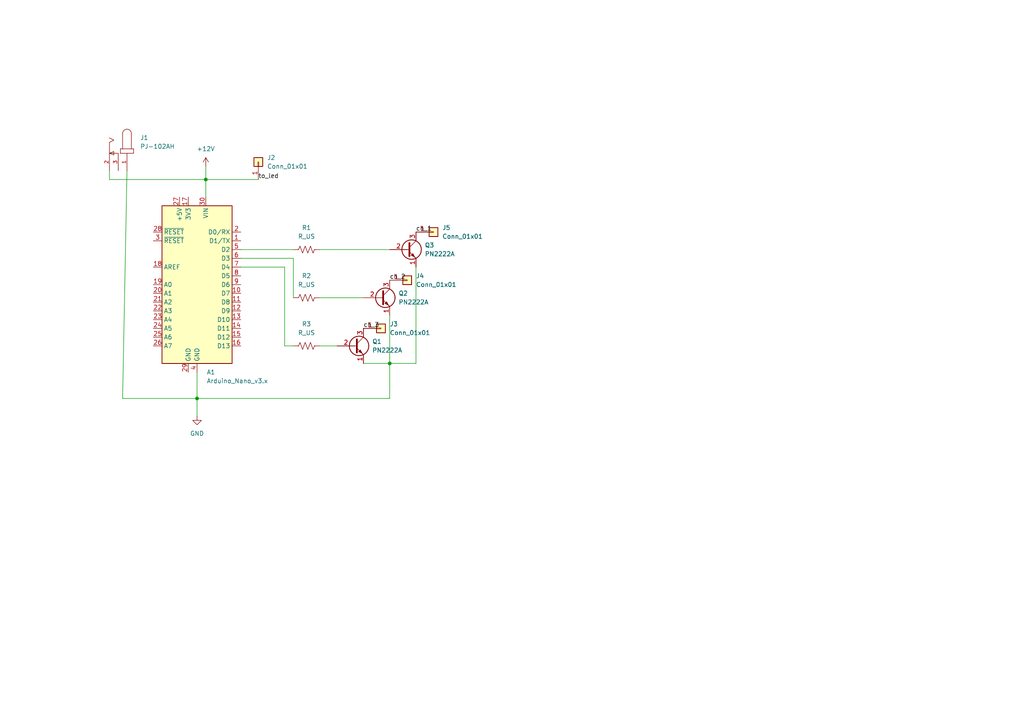
<source format=kicad_sch>
(kicad_sch (version 20211123) (generator eeschema)
  (paper "A4")
  (title_block (title "LS_placa"))
  (lib_symbols
    (symbol "Connector_Generic:Conn_01x01" (pin_names (offset 1.016) hide)
      (property "Reference" "J" (at 0 2.54 0))
      (property "Value" "Conn_01x01" (at 0 -2.54 0))
      (symbol "Conn_01x01_1_1"
        (rectangle (start -1.27 0.127) (end 0 -0.127) (stroke (width 0.1524)))
        (rectangle (start -1.27 1.27) (end 1.27 -1.27) (stroke (width 0.254)) (fill (type background)))
        (pin passive line (at -5.08 0 0) (length 3.81) (name "Pin_1") (number "1"))
      )
    )
    (symbol "Device:R_US" (pin_numbers hide) (pin_names (offset 0))
      (property "Reference" "R" (at 2.54 0 90))
      (property "Value" "R_US" (at -2.54 0 90))
      (symbol "R_US_0_1"
        (polyline (pts (xy 0 -2.286) (xy 0 -2.54)))
        (polyline (pts (xy 0 2.286) (xy 0 2.54)))
        (polyline (pts (xy 0 -0.762) (xy 1.016 -1.143) (xy 0 -1.524) (xy -1.016 -1.905) (xy 0 -2.286)))
        (polyline (pts (xy 0 0.762) (xy 1.016 0.381) (xy 0 0) (xy -1.016 -0.381) (xy 0 -0.762)))
        (polyline (pts (xy 0 2.286) (xy 1.016 1.905) (xy 0 1.524) (xy -1.016 1.143) (xy 0 0.762)))
      )
      (symbol "R_US_1_1"
        (pin passive line (at 0 3.81 270) (length 1.27) (name "~") (number "1"))
        (pin passive line (at 0 -3.81 90) (length 1.27) (name "~") (number "2"))
      )
    )
    (symbol "MCU_Module:Arduino_Nano_v3.x"
      (property "Reference" "A" (at -10.16 23.495 0))
      (property "Value" "Arduino_Nano_v3.x" (at 5.08 -24.13 0))
      (symbol "Arduino_Nano_v3.x_0_1"
        (rectangle (start -10.16 22.86) (end 10.16 -22.86) (stroke (width 0.254)) (fill (type background)))
      )
      (symbol "Arduino_Nano_v3.x_1_1"
        (pin bidirectional line (at -12.7 12.7 0) (length 2.54) (name "D1/TX") (number "1"))
        (pin bidirectional line (at -12.7 -2.54 0) (length 2.54) (name "D7") (number "10"))
        (pin bidirectional line (at -12.7 -5.08 0) (length 2.54) (name "D8") (number "11"))
        (pin bidirectional line (at -12.7 -7.62 0) (length 2.54) (name "D9") (number "12"))
        (pin bidirectional line (at -12.7 -10.16 0) (length 2.54) (name "D10") (number "13"))
        (pin bidirectional line (at -12.7 -12.7 0) (length 2.54) (name "D11") (number "14"))
        (pin bidirectional line (at -12.7 -15.24 0) (length 2.54) (name "D12") (number "15"))
        (pin bidirectional line (at -12.7 -17.78 0) (length 2.54) (name "D13") (number "16"))
        (pin power_out line (at 2.54 25.4 270) (length 2.54) (name "3V3") (number "17"))
        (pin input line (at 12.7 5.08 180) (length 2.54) (name "AREF") (number "18"))
        (pin bidirectional line (at 12.7 0 180) (length 2.54) (name "A0") (number "19"))
        (pin bidirectional line (at -12.7 15.24 0) (length 2.54) (name "D0/RX") (number "2"))
        (pin bidirectional line (at 12.7 -2.54 180) (length 2.54) (name "A1") (number "20"))
        (pin bidirectional line (at 12.7 -5.08 180) (length 2.54) (name "A2") (number "21"))
        (pin bidirectional line (at 12.7 -7.62 180) (length 2.54) (name "A3") (number "22"))
        (pin bidirectional line (at 12.7 -10.16 180) (length 2.54) (name "A4") (number "23"))
        (pin bidirectional line (at 12.7 -12.7 180) (length 2.54) (name "A5") (number "24"))
        (pin bidirectional line (at 12.7 -15.24 180) (length 2.54) (name "A6") (number "25"))
        (pin bidirectional line (at 12.7 -17.78 180) (length 2.54) (name "A7") (number "26"))
        (pin power_out line (at 5.08 25.4 270) (length 2.54) (name "+5V") (number "27"))
        (pin input line (at 12.7 15.24 180) (length 2.54) (name "~{RESET}") (number "28"))
        (pin power_in line (at 2.54 -25.4 90) (length 2.54) (name "GND") (number "29"))
        (pin input line (at 12.7 12.7 180) (length 2.54) (name "~{RESET}") (number "3"))
        (pin power_in line (at -2.54 25.4 270) (length 2.54) (name "VIN") (number "30"))
        (pin power_in line (at 0 -25.4 90) (length 2.54) (name "GND") (number "4"))
        (pin bidirectional line (at -12.7 10.16 0) (length 2.54) (name "D2") (number "5"))
        (pin bidirectional line (at -12.7 7.62 0) (length 2.54) (name "D3") (number "6"))
        (pin bidirectional line (at -12.7 5.08 0) (length 2.54) (name "D4") (number "7"))
        (pin bidirectional line (at -12.7 2.54 0) (length 2.54) (name "D5") (number "8"))
        (pin bidirectional line (at -12.7 0 0) (length 2.54) (name "D6") (number "9"))
      )
    )
    (symbol "PJ-102AH:PJ-102AH" (pin_names (offset 1.016) hide)
      (property "Reference" "J" (at -7.62 5.08 0))
      (property "Value" "PJ-102AH" (at -7.62 -5.08 0))
      (symbol "PJ-102AH_0_0"
        (arc (start -5.715 3.81) (mid -6.985 2.54) (end -5.715 1.27) (stroke (width 0.1524)))
        (polyline (pts (xy -5.715 3.81) (xy -1.27 3.81)) (stroke (width 0.1524)))
        (polyline (pts (xy -3.81 -1.27) (xy -4.445 -2.54)) (stroke (width 0.1524)))
        (polyline (pts (xy -3.175 -2.54) (xy -3.81 -1.27)) (stroke (width 0.1524)))
        (polyline (pts (xy -1.27 0.635) (xy 0 0.635)) (stroke (width 0.1524)))
        (polyline (pts (xy -1.27 1.27) (xy -5.715 1.27)) (stroke (width 0.1524)))
        (polyline (pts (xy -1.27 1.27) (xy -1.27 0.635)) (stroke (width 0.1524)))
        (polyline (pts (xy -1.27 3.81) (xy -1.27 1.27)) (stroke (width 0.1524)))
        (polyline (pts (xy -1.27 4.445) (xy -1.27 3.81)) (stroke (width 0.1524)))
        (polyline (pts (xy 0 -2.54) (xy -3.175 -2.54)) (stroke (width 0.1524)))
        (polyline (pts (xy 0 0) (xy 0 -2.54)) (stroke (width 0.1524)))
        (polyline (pts (xy 0 0.635) (xy 0 4.445)) (stroke (width 0.1524)))
        (polyline (pts (xy 0 4.445) (xy -1.27 4.445)) (stroke (width 0.1524)))
        (polyline (pts (xy 0 -2.54) (xy -0.508 -1.27) (xy 0.508 -1.27) (xy 0 -2.54)) (stroke (width 0.1524)) (fill (type background)))
        (pin passive line (at 5.08 2.54 180) (length 5.08) (name "~") (number "1"))
        (pin passive line (at 5.08 -2.54 180) (length 5.08) (name "~") (number "2"))
        (pin passive line (at 5.08 0 180) (length 5.08) (name "~") (number "3"))
      )
    )
    (symbol "Transistor_BJT:PN2222A" (pin_names (offset 0) hide)
      (property "Reference" "Q" (at 5.08 1.905 0))
      (property "Value" "PN2222A" (at 5.08 0 0))
      (symbol "PN2222A_0_1"
        (polyline (pts (xy 0 0) (xy 0.635 0)))
        (polyline (pts (xy 2.54 -2.54) (xy 0.635 -0.635)))
        (polyline (pts (xy 2.54 2.54) (xy 0.635 0.635)))
        (polyline (pts (xy 0.635 1.905) (xy 0.635 -1.905) (xy 0.635 -1.905)) (stroke (width 0.508)))
        (polyline (pts (xy 2.413 -2.413) (xy 1.905 -1.905) (xy 1.905 -1.905)))
        (polyline (pts (xy 1.143 -1.651) (xy 1.651 -1.143) (xy 2.159 -2.159) (xy 1.143 -1.651) (xy 1.143 -1.651)) (fill (type outline)))
        (circle (center 1.27 0) (radius 2.8194) (stroke (width 0.254)))
      )
      (symbol "PN2222A_1_1"
        (pin passive line (at 2.54 -5.08 90) (length 2.54) (name "E") (number "1"))
        (pin input line (at -5.08 0 0) (length 5.08) (name "B") (number "2"))
        (pin passive line (at 2.54 5.08 270) (length 2.54) (name "C") (number "3"))
      )
    )
    (symbol "power:+12V" (power) (pin_names (offset 0))
      (property "Value" "+12V" (at 0 3.556 0))
      (symbol "+12V_0_1"
        (polyline (pts (xy -0.762 1.27) (xy 0 2.54)))
        (polyline (pts (xy 0 0) (xy 0 2.54)))
        (polyline (pts (xy 0 2.54) (xy 0.762 1.27)))
      )
      (symbol "+12V_1_1"
        (pin power_in line (at 0 0 90) (length 0) hide (name "+12V") (number "1"))
      )
    )
    (symbol "power:GND" (power) (pin_names (offset 0))
      (property "Value" "GND" (at 0 -3.81 0))
      (symbol "GND_0_1"
        (polyline (pts (xy 0 0) (xy 0 -1.27) (xy 1.27 -1.27) (xy 0 -2.54) (xy -1.27 -1.27) (xy 0 -1.27)))
      )
      (symbol "GND_1_1"
        (pin power_in line (at 0 0 270) (length 0) hide (name "GND") (number "1"))
      )
    )
  )
  (junction (at 113.03 105.41))
  (junction (at 59.69 52.07))
  (junction (at 57.15 115.57))
  (wire (pts (xy 35.56 115.57) (xy 57.15 115.57)))
  (wire (pts (xy 92.71 100.33) (xy 97.79 100.33)))
  (wire (pts (xy 92.71 86.36) (xy 105.41 86.36)))
  (wire (pts (xy 36.83 49.53) (xy 35.56 115.57)))
  (wire (pts (xy 59.69 52.07) (xy 74.93 52.07)))
  (wire (pts (xy 92.71 72.39) (xy 113.03 72.39)))
  (wire (pts (xy 113.03 91.44) (xy 113.03 105.41)))
  (wire (pts (xy 82.55 77.47) (xy 82.55 100.33)))
  (wire (pts (xy 69.85 77.47) (xy 82.55 77.47)))
  (wire (pts (xy 113.03 115.57) (xy 113.03 105.41)))
  (wire (pts (xy 31.75 52.07) (xy 59.69 52.07)))
  (wire (pts (xy 31.75 49.53) (xy 31.75 52.07)))
  (wire (pts (xy 120.65 77.47) (xy 120.65 105.41)))
  (wire (pts (xy 69.85 74.93) (xy 85.09 74.93)))
  (wire (pts (xy 85.09 74.93) (xy 85.09 86.36)))
  (wire (pts (xy 82.55 100.33) (xy 85.09 100.33)))
  (wire (pts (xy 57.15 115.57) (xy 113.03 115.57)))
  (wire (pts (xy 57.15 107.95) (xy 57.15 115.57)))
  (wire (pts (xy 59.69 52.07) (xy 59.69 57.15)))
  (wire (pts (xy 120.65 105.41) (xy 113.03 105.41)))
  (wire (pts (xy 57.15 115.57) (xy 57.15 120.65)))
  (wire (pts (xy 59.69 48.26) (xy 59.69 52.07)))
  (wire (pts (xy 113.03 105.41) (xy 105.41 105.41)))
  (wire (pts (xy 69.85 72.39) (xy 85.09 72.39)))
  (label "ch_3" (at 105.41 95.25 0))
  (label "to_led" (at 74.93 52.07 0))
  (label "ch_2" (at 113.03 81.28 0))
  (label "ch_1" (at 120.65 67.31 0))
  (symbol (lib_id "MCU_Module:Arduino_Nano_v3.x") (at 57.15 82.55 0) (mirror y) (unit 1)
    (property "Reference" "A1" (at 59.9187 107.95 0) (effects (justify right)))
    (property "Value" "Arduino_Nano_v3.x" (at 59.9187 110.49 0) (effects (justify right)))
    (property "Footprint" "Module:Arduino_Nano" (effects hide))
    (property "Datasheet" "http://www.mouser.com/pdfdocs/Gravitech_Arduino_Nano3_0.pdf" (effects hide))
  )
  (symbol (lib_id "PJ-102AH:PJ-102AH") (at 34.29 44.45 270) (unit 1)
    (property "Reference" "J1" (at 40.64 39.9414 90) (effects (justify left)))
    (property "Value" "PJ-102AH" (at 40.64 42.4814 90) (effects (justify left)))
    (property "Footprint" "PJ-102AH_f:CUI_PJ-102AH" (effects hide))
    (property "STANDARD" "Manufacturer recommendations" (effects hide))
    (property "MANUFACTURER" "CUI INC" (effects hide))
    (property "PART_REV" "1.02" (effects hide))
  )
  (symbol (lib_id "Device:R_US") (at 88.9 72.39 90) (unit 1)
    (property "Reference" "R1" (at 88.9 66.04 90))
    (property "Value" "R_US" (at 88.9 68.58 90))
    (property "Footprint" "Resistor_THT:R_Axial_DIN0204_L3.6mm_D1.6mm_P2.54mm_Vertical" (effects hide))
  )
  (symbol (lib_id "Connector_Generic:Conn_01x01") (at 74.93 46.99 90) (unit 1)
    (property "Reference" "J2" (at 77.47 45.7199 90) (effects (justify right)))
    (property "Value" "Conn_01x01" (at 77.47 48.2599 90) (effects (justify right)))
    (property "Footprint" "Connector_Pin:Pin_D0.7mm_L6.5mm_W1.8mm_FlatFork" (effects hide))
  )
  (symbol (lib_id "Device:R_US") (at 88.9 100.33 90) (unit 1)
    (property "Reference" "R3" (at 88.9 93.98 90))
    (property "Value" "R_US" (at 88.9 96.52 90))
    (property "Footprint" "Resistor_THT:R_Axial_DIN0204_L3.6mm_D1.6mm_P2.54mm_Vertical" (effects hide))
  )
  (symbol (lib_id "Connector_Generic:Conn_01x01") (at 118.11 81.28 0) (unit 1)
    (property "Reference" "J4" (at 120.65 80.0099 0) (effects (justify left)))
    (property "Value" "Conn_01x01" (at 120.65 82.5499 0) (effects (justify left)))
    (property "Footprint" "Connector_Pin:Pin_D0.7mm_L6.5mm_W1.8mm_FlatFork" (effects hide))
  )
  (symbol (lib_id "Transistor_BJT:PN2222A") (at 118.11 72.39 0) (unit 1)
    (property "Reference" "Q3" (at 123.19 71.1199 0) (effects (justify left)))
    (property "Value" "PN2222A" (at 123.19 73.6599 0) (effects (justify left)))
    (property "Footprint" "Package_TO_SOT_THT:TO-92_Inline" (effects hide))
    (property "Datasheet" "https://www.onsemi.com/pub/Collateral/PN2222-D.PDF" (effects hide))
  )
  (symbol (lib_id "Connector_Generic:Conn_01x01") (at 125.73 67.31 0) (unit 1)
    (property "Reference" "J5" (at 128.27 66.0399 0) (effects (justify left)))
    (property "Value" "Conn_01x01" (at 128.27 68.5799 0) (effects (justify left)))
    (property "Footprint" "Connector_Pin:Pin_D0.7mm_L6.5mm_W1.8mm_FlatFork" (effects hide))
  )
  (symbol (lib_id "Device:R_US") (at 88.9 86.36 90) (unit 1)
    (property "Reference" "R2" (at 88.9 80.01 90))
    (property "Value" "R_US" (at 88.9 82.55 90))
    (property "Footprint" "Resistor_THT:R_Axial_DIN0204_L3.6mm_D1.6mm_P2.54mm_Vertical" (effects hide))
  )
  (symbol (lib_id "power:GND") (at 57.15 120.65 0) (unit 1)
    (property "Reference" "#PWR0101" (effects hide))
    (property "Value" "GND" (at 57.15 125.73 0))
  )
  (symbol (lib_id "Connector_Generic:Conn_01x01") (at 110.49 95.25 0) (unit 1)
    (property "Reference" "J3" (at 113.03 93.9799 0) (effects (justify left)))
    (property "Value" "Conn_01x01" (at 113.03 96.5199 0) (effects (justify left)))
    (property "Footprint" "Connector_Pin:Pin_D0.7mm_L6.5mm_W1.8mm_FlatFork" (effects hide))
  )
  (symbol (lib_id "Transistor_BJT:PN2222A") (at 110.49 86.36 0) (unit 1)
    (property "Reference" "Q2" (at 115.57 85.0899 0) (effects (justify left)))
    (property "Value" "PN2222A" (at 115.57 87.6299 0) (effects (justify left)))
    (property "Footprint" "Package_TO_SOT_THT:TO-92_Inline" (effects hide))
    (property "Datasheet" "https://www.onsemi.com/pub/Collateral/PN2222-D.PDF" (effects hide))
  )
  (symbol (lib_id "Transistor_BJT:PN2222A") (at 102.87 100.33 0) (unit 1)
    (property "Reference" "Q1" (at 107.95 99.0599 0) (effects (justify left)))
    (property "Value" "PN2222A" (at 107.95 101.5999 0) (effects (justify left)))
    (property "Footprint" "Package_TO_SOT_THT:TO-92_Inline" (effects hide))
    (property "Datasheet" "https://www.onsemi.com/pub/Collateral/PN2222-D.PDF" (effects hide))
  )
  (symbol (lib_id "power:+12V") (at 59.69 48.26 0) (unit 1)
    (property "Reference" "#PWR0102" (effects hide))
    (property "Value" "+12V" (at 59.69 43.18 0))
  )
)
</source>
